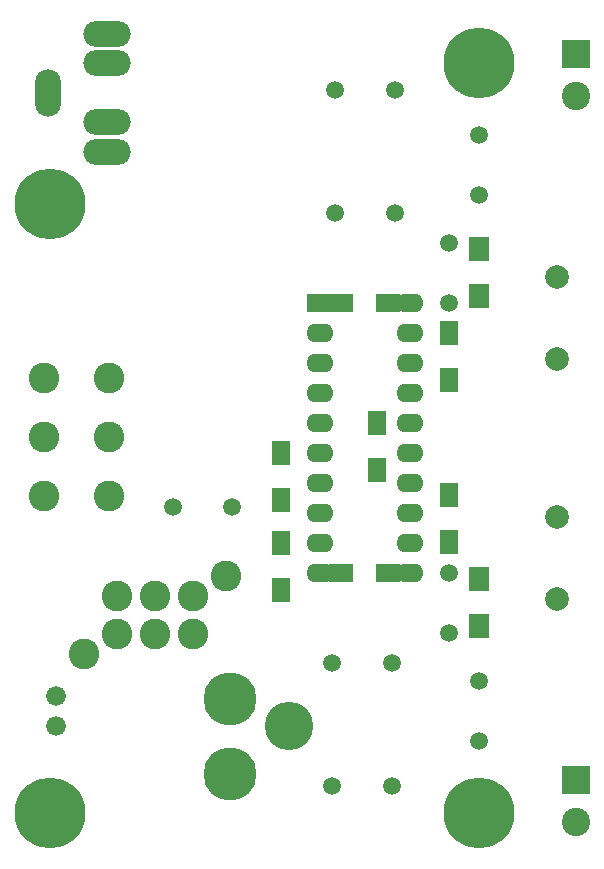
<source format=gbr>
G04 #@! TF.FileFunction,Soldermask,Bot*
%FSLAX46Y46*%
G04 Gerber Fmt 4.6, Leading zero omitted, Abs format (unit mm)*
G04 Created by KiCad (PCBNEW 0.201503020946+5465~21~ubuntu14.04.1-product) date Mon 16 Mär 2015 16:05:42 CET*
%MOMM*%
G01*
G04 APERTURE LIST*
%ADD10C,0.100000*%
%ADD11C,1.676400*%
%ADD12R,2.286000X1.574800*%
%ADD13O,2.286000X1.574800*%
%ADD14R,1.600000X2.000000*%
%ADD15R,2.000000X1.600000*%
%ADD16O,2.200000X4.000000*%
%ADD17O,4.000000X2.200000*%
%ADD18C,1.501140*%
%ADD19C,2.600000*%
%ADD20R,1.700000X2.000000*%
%ADD21C,2.400000*%
%ADD22R,2.400000X2.400000*%
%ADD23C,2.000000*%
%ADD24C,4.500000*%
%ADD25C,4.100000*%
%ADD26C,6.000000*%
G04 APERTURE END LIST*
D10*
D11*
X4572000Y11430000D03*
X4572000Y13970000D03*
D12*
X26924000Y47244000D03*
D13*
X26924000Y44704000D03*
X26924000Y42164000D03*
X26924000Y39624000D03*
X26924000Y37084000D03*
X26924000Y34544000D03*
X26924000Y32004000D03*
X26924000Y29464000D03*
X26924000Y26924000D03*
X26924000Y24384000D03*
X34544000Y24384000D03*
X34544000Y26924000D03*
X34544000Y29464000D03*
X34544000Y32004000D03*
X34544000Y34544000D03*
X34544000Y37084000D03*
X34544000Y39624000D03*
X34544000Y42164000D03*
X34544000Y44704000D03*
X34544000Y47244000D03*
D14*
X31750000Y37052000D03*
X31750000Y33052000D03*
X37846000Y44672000D03*
X37846000Y40672000D03*
X37846000Y26956000D03*
X37846000Y30956000D03*
D15*
X28734000Y47244000D03*
X32734000Y47244000D03*
X28734000Y24384000D03*
X32734000Y24384000D03*
D16*
X3890000Y65024000D03*
D17*
X8890000Y70024000D03*
X8890000Y67524000D03*
X8890000Y62524000D03*
X8890000Y60024000D03*
D14*
X23622000Y26892000D03*
X23622000Y22892000D03*
D18*
X33274000Y54864000D03*
X28194000Y54864000D03*
X33020000Y16764000D03*
X27940000Y16764000D03*
D14*
X23622000Y34512000D03*
X23622000Y30512000D03*
D18*
X33274000Y65278000D03*
X28194000Y65278000D03*
X33020000Y6350000D03*
X27940000Y6350000D03*
X37846000Y52324000D03*
X37846000Y47244000D03*
X37846000Y19304000D03*
X37846000Y24384000D03*
X40386000Y61468000D03*
X40386000Y56388000D03*
X40386000Y10160000D03*
X40386000Y15240000D03*
D19*
X12954000Y22428000D03*
X9754000Y22428000D03*
X16154000Y22428000D03*
X9754000Y19228000D03*
X12954000Y19228000D03*
X16154000Y19228000D03*
X18954000Y24128000D03*
X6954000Y17528000D03*
D20*
X40386000Y51784000D03*
X40386000Y47784000D03*
X40386000Y19844000D03*
X40386000Y23844000D03*
D18*
X14518640Y29972000D03*
X19517360Y29972000D03*
D19*
X9056000Y30894000D03*
X9056000Y35894000D03*
X9056000Y40894000D03*
X3556000Y35894000D03*
X3556000Y30894000D03*
X3556000Y40894000D03*
D21*
X48576000Y64798000D03*
D22*
X48576000Y68298000D03*
D21*
X48576000Y3330000D03*
D22*
X48576000Y6830000D03*
D23*
X46990000Y49474000D03*
X46990000Y42474000D03*
X46990000Y22154000D03*
X46990000Y29154000D03*
D24*
X19304000Y13730000D03*
D25*
X24304000Y11430000D03*
D24*
X19304000Y7330000D03*
D26*
X40386000Y4064000D03*
X40386000Y67564000D03*
X4064000Y4064000D03*
X4064000Y55626000D03*
M02*

</source>
